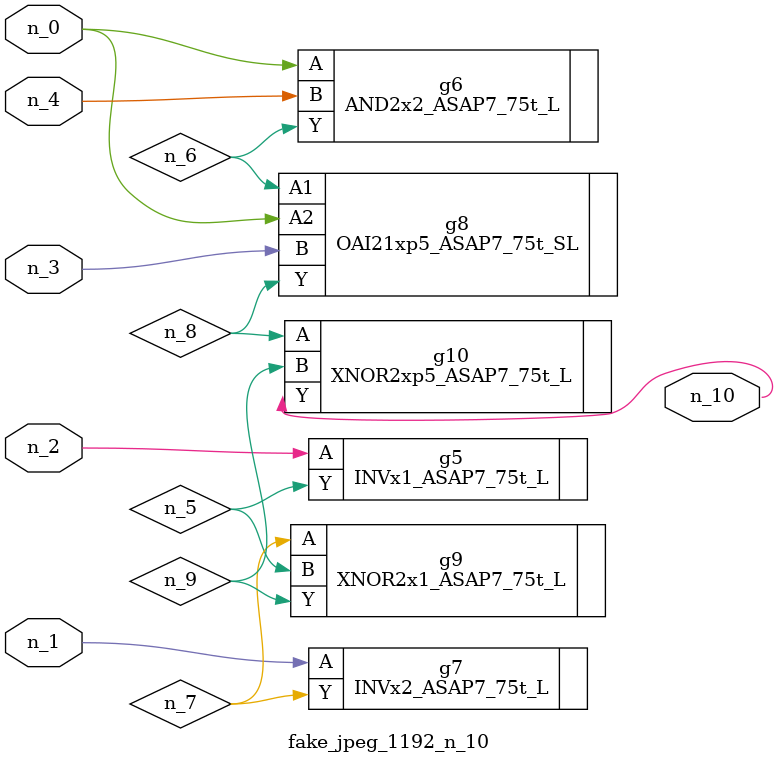
<source format=v>
module fake_jpeg_1192_n_10 (n_3, n_2, n_1, n_0, n_4, n_10);

input n_3;
input n_2;
input n_1;
input n_0;
input n_4;

output n_10;

wire n_8;
wire n_9;
wire n_6;
wire n_5;
wire n_7;

INVx1_ASAP7_75t_L g5 ( 
.A(n_2),
.Y(n_5)
);

AND2x2_ASAP7_75t_L g6 ( 
.A(n_0),
.B(n_4),
.Y(n_6)
);

INVx2_ASAP7_75t_L g7 ( 
.A(n_1),
.Y(n_7)
);

OAI21xp5_ASAP7_75t_SL g8 ( 
.A1(n_6),
.A2(n_0),
.B(n_3),
.Y(n_8)
);

XNOR2xp5_ASAP7_75t_L g10 ( 
.A(n_8),
.B(n_9),
.Y(n_10)
);

XNOR2x1_ASAP7_75t_L g9 ( 
.A(n_7),
.B(n_5),
.Y(n_9)
);


endmodule
</source>
